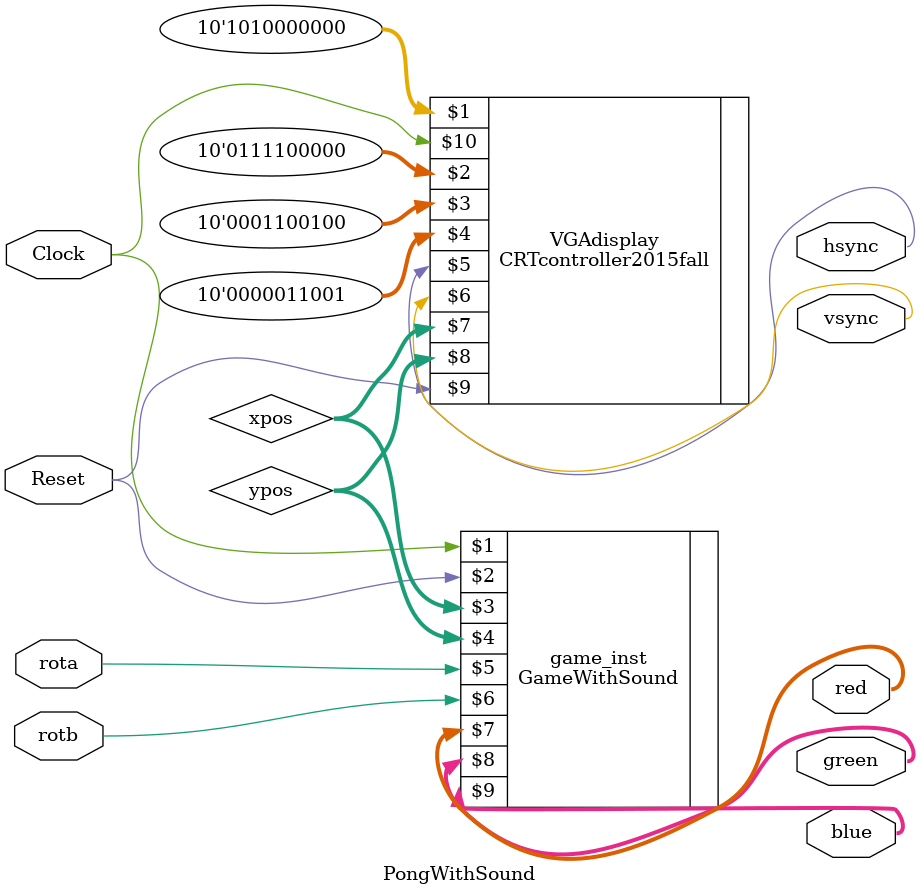
<source format=v>
`timescale 1ns / 1ps
module PongWithSound(
   input Clock, Reset, rota, rotb,
	output [2:0] red,
   output [2:0] green,
   output [1:0] blue,
   output hsync, vsync
);

	wire [9:0] xpos;
	wire [9:0] ypos;

	parameter [9:0] NumberofPixels=10'd640, NumberofLines=10'd480;
	parameter [9:0] SystemClockFreq=10'd100, CRTClockFreq=10'd25; //MHz 

	CRTcontroller2015fall VGAdisplay(NumberofPixels, NumberofLines, SystemClockFreq, CRTClockFreq, hsync, vsync, xpos, ypos, Reset, Clock);
	GameWithSound game_inst(Clock, Reset, xpos, ypos, rota, rotb, red, green, blue);
endmodule

</source>
